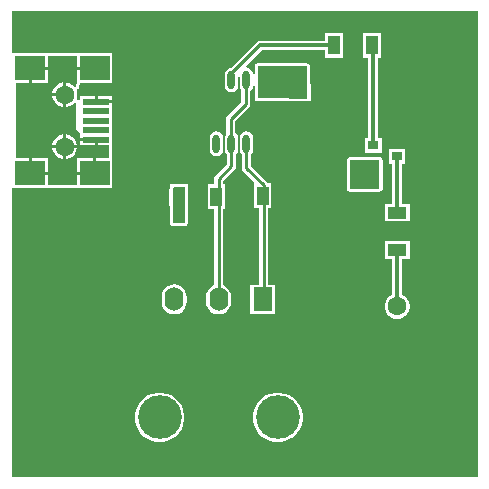
<source format=gtl>
G04*
G04 #@! TF.GenerationSoftware,Altium Limited,Altium Designer,23.6.0 (18)*
G04*
G04 Layer_Physical_Order=1*
G04 Layer_Color=255*
%FSLAX44Y44*%
%MOMM*%
G71*
G04*
G04 #@! TF.SameCoordinates,BDD1234D-291B-4935-850E-A0033F3BDFF5*
G04*
G04*
G04 #@! TF.FilePolarity,Positive*
G04*
G01*
G75*
%ADD10C,0.2540*%
%ADD12R,1.0000X1.6000*%
%ADD13R,0.9000X0.8000*%
%ADD14R,1.6000X1.0000*%
%ADD15R,2.5000X2.0000*%
%ADD16R,2.2500X0.5000*%
%ADD17O,0.6000X1.5500*%
%ADD18R,0.6000X1.5500*%
%ADD31C,0.3000*%
%ADD32C,1.6000*%
%ADD33C,3.7000*%
%ADD34O,1.6000X2.0000*%
%ADD35R,1.6000X2.0000*%
%ADD36C,0.7000*%
G36*
X57740Y-49630D02*
X72780D01*
Y-52170D01*
X57740D01*
Y-63440D01*
X57740Y-63440D01*
X57740D01*
X57345Y-64574D01*
X57150Y-64770D01*
Y-66650D01*
X56182Y-66909D01*
X55880Y-66914D01*
X53932Y-64966D01*
X51528Y-63578D01*
X48848Y-62860D01*
X48730D01*
Y-73400D01*
Y-83940D01*
X48848D01*
X51528Y-83222D01*
X53932Y-81834D01*
X55880Y-79886D01*
X56182Y-79891D01*
X57150Y-80150D01*
Y-102870D01*
X60240Y-105960D01*
Y-110130D01*
X74030D01*
Y-111400D01*
X75300D01*
Y-116440D01*
X85090D01*
Y-127360D01*
X74050D01*
Y-139900D01*
X72780D01*
Y-141170D01*
X57740D01*
Y-149860D01*
X33320D01*
Y-141170D01*
X18280D01*
Y-139900D01*
X17010D01*
Y-127360D01*
X6350D01*
Y-63440D01*
X17010D01*
Y-50900D01*
X18280D01*
Y-49630D01*
X33320D01*
Y-40640D01*
X57740D01*
Y-49630D01*
D02*
G37*
G36*
X397410Y-397410D02*
X2590D01*
Y-153441D01*
X3240Y-152440D01*
X3860Y-152440D01*
X33271D01*
X33320Y-152450D01*
X57740D01*
X57789Y-152440D01*
X87820D01*
Y-127360D01*
X87680D01*
Y-116440D01*
X87820D01*
Y-108440D01*
Y-100440D01*
Y-92440D01*
Y-84440D01*
Y-80670D01*
X74030D01*
Y-79400D01*
X72760D01*
Y-74360D01*
X60240D01*
Y-77895D01*
X60048Y-78021D01*
X58981Y-78319D01*
X58839Y-78224D01*
X58727Y-78095D01*
X58423Y-77945D01*
X58141Y-77757D01*
X57509Y-76620D01*
X58000Y-74788D01*
Y-72012D01*
X57509Y-70180D01*
X58141Y-69043D01*
X58423Y-68854D01*
X58727Y-68705D01*
X58839Y-68576D01*
X58981Y-68481D01*
X59169Y-68200D01*
X59393Y-67945D01*
X59448Y-67783D01*
X59543Y-67641D01*
X59609Y-67309D01*
X59718Y-66988D01*
X59706Y-66818D01*
X59740Y-66650D01*
Y-65557D01*
X59753Y-65491D01*
X59792Y-65425D01*
X60186Y-64290D01*
X60245Y-63864D01*
X60330Y-63440D01*
X87820D01*
Y-38360D01*
X58900D01*
X58731Y-38247D01*
X57740Y-38050D01*
X33320D01*
X32329Y-38247D01*
X32160Y-38360D01*
X3860D01*
X3240Y-38360D01*
X2590Y-37359D01*
Y-2590D01*
X397410D01*
Y-397410D01*
D02*
G37*
%LPC*%
G36*
X33320Y-52170D02*
X19550D01*
Y-63440D01*
X33320D01*
Y-52170D01*
D02*
G37*
G36*
X46190Y-62860D02*
X46072D01*
X43392Y-63578D01*
X40988Y-64966D01*
X39026Y-66928D01*
X37638Y-69332D01*
X36920Y-72012D01*
Y-72130D01*
X46190D01*
Y-62860D01*
D02*
G37*
G36*
Y-74670D02*
X36920D01*
Y-74788D01*
X37638Y-77468D01*
X39026Y-79872D01*
X40988Y-81834D01*
X43392Y-83222D01*
X46072Y-83940D01*
X46190D01*
Y-74670D01*
D02*
G37*
G36*
X48848Y-106860D02*
X48730D01*
Y-116130D01*
X58000D01*
Y-116012D01*
X57282Y-113332D01*
X55894Y-110928D01*
X53932Y-108966D01*
X51528Y-107578D01*
X48848Y-106860D01*
D02*
G37*
G36*
X46190D02*
X46072D01*
X43392Y-107578D01*
X40988Y-108966D01*
X39026Y-110928D01*
X37638Y-113332D01*
X36920Y-116012D01*
Y-116130D01*
X46190D01*
Y-106860D01*
D02*
G37*
G36*
X72760Y-112670D02*
X60240D01*
Y-116440D01*
X72760D01*
Y-112670D01*
D02*
G37*
G36*
X58000Y-118670D02*
X48730D01*
Y-127940D01*
X48848D01*
X51528Y-127222D01*
X53932Y-125834D01*
X55894Y-123872D01*
X57282Y-121468D01*
X58000Y-118788D01*
Y-118670D01*
D02*
G37*
G36*
X46190D02*
X36920D01*
Y-118788D01*
X37638Y-121468D01*
X39026Y-123872D01*
X40988Y-125834D01*
X43392Y-127222D01*
X46072Y-127940D01*
X46190D01*
Y-118670D01*
D02*
G37*
G36*
X33320Y-127360D02*
X19550D01*
Y-138630D01*
X33320D01*
Y-127360D01*
D02*
G37*
G36*
X71510D02*
X57740D01*
Y-138630D01*
X71510D01*
Y-127360D01*
D02*
G37*
G36*
X282880Y-21210D02*
X267800D01*
Y-27631D01*
X213153D01*
X211576Y-27944D01*
X210240Y-28837D01*
X188472Y-50605D01*
X186531Y-50991D01*
X184698Y-52216D01*
X183474Y-54048D01*
X183044Y-56210D01*
Y-65710D01*
X183474Y-67872D01*
X184698Y-69704D01*
X186531Y-70929D01*
X188692Y-71358D01*
X190854Y-70929D01*
X192687Y-69704D01*
X193911Y-67872D01*
X194341Y-65710D01*
Y-57573D01*
X194474Y-57485D01*
X195744Y-58163D01*
Y-65710D01*
X196174Y-67872D01*
X196775Y-68772D01*
Y-79671D01*
X185213Y-91233D01*
X184371Y-92493D01*
X184075Y-93980D01*
Y-107148D01*
X183474Y-108048D01*
X183044Y-110210D01*
Y-119710D01*
X183474Y-121872D01*
X184698Y-123704D01*
X184808Y-123777D01*
Y-132278D01*
X175053Y-142033D01*
X174211Y-143293D01*
X173915Y-144780D01*
Y-149460D01*
X168460D01*
Y-170540D01*
X173915D01*
Y-173990D01*
Y-234911D01*
X172484Y-235503D01*
X170283Y-237193D01*
X168593Y-239394D01*
X167531Y-241959D01*
X167169Y-244710D01*
Y-248710D01*
X167531Y-251462D01*
X168593Y-254025D01*
X170283Y-256227D01*
X172484Y-257917D01*
X175049Y-258979D01*
X177800Y-259341D01*
X180551Y-258979D01*
X183116Y-257917D01*
X185317Y-256227D01*
X187007Y-254025D01*
X188069Y-251462D01*
X188431Y-248710D01*
Y-244710D01*
X188069Y-241959D01*
X187007Y-239394D01*
X185317Y-237193D01*
X183116Y-235503D01*
X181685Y-234911D01*
Y-173990D01*
Y-170540D01*
X183540D01*
Y-149460D01*
X181685D01*
Y-146389D01*
X191439Y-136634D01*
X192281Y-135374D01*
X192577Y-133888D01*
Y-123777D01*
X192687Y-123704D01*
X193911Y-121872D01*
X194341Y-119710D01*
Y-110210D01*
X193911Y-108048D01*
X192687Y-106216D01*
X191845Y-105653D01*
Y-95589D01*
X203407Y-84027D01*
X204249Y-82767D01*
X204545Y-81280D01*
Y-70267D01*
X205387Y-69704D01*
X206611Y-67872D01*
X206960Y-66116D01*
X208230Y-66241D01*
Y-76200D01*
X208427Y-77191D01*
X208989Y-78031D01*
X209829Y-78593D01*
X210820Y-78790D01*
X234570D01*
Y-79170D01*
X255650D01*
Y-64090D01*
X255320D01*
Y-49530D01*
X255123Y-48539D01*
X254561Y-47699D01*
X253721Y-47137D01*
X252730Y-46940D01*
X210820D01*
X209829Y-47137D01*
X208989Y-47699D01*
X208427Y-48539D01*
X208230Y-49530D01*
Y-55679D01*
X206960Y-55804D01*
X206611Y-54048D01*
X205387Y-52216D01*
X203554Y-50991D01*
X201868Y-50656D01*
X201355Y-49373D01*
X214859Y-35869D01*
X267800D01*
Y-42290D01*
X282880D01*
Y-21210D01*
D02*
G37*
G36*
X87820Y-74360D02*
X75300D01*
Y-78130D01*
X87820D01*
Y-74360D01*
D02*
G37*
G36*
X314880Y-21210D02*
X299800D01*
Y-42290D01*
X304651D01*
Y-109690D01*
X301730D01*
Y-122770D01*
X315810D01*
Y-109690D01*
X312889D01*
Y-42290D01*
X314880D01*
Y-21210D01*
D02*
G37*
G36*
X175993Y-104562D02*
X173831Y-104991D01*
X171998Y-106216D01*
X170774Y-108048D01*
X170344Y-110210D01*
Y-119710D01*
X170774Y-121872D01*
X171998Y-123704D01*
X173831Y-124929D01*
X175993Y-125358D01*
X178154Y-124929D01*
X179987Y-123704D01*
X181211Y-121872D01*
X181641Y-119710D01*
Y-110210D01*
X181211Y-108048D01*
X179987Y-106216D01*
X178154Y-104991D01*
X175993Y-104562D01*
D02*
G37*
G36*
X314000Y-126410D02*
X289000D01*
X288009Y-126607D01*
X287169Y-127169D01*
X286607Y-128009D01*
X286410Y-129000D01*
Y-153000D01*
X286607Y-153991D01*
X287169Y-154831D01*
X288009Y-155393D01*
X289000Y-155590D01*
X314000D01*
X314991Y-155393D01*
X315831Y-154831D01*
X316393Y-153991D01*
X316590Y-153000D01*
Y-129000D01*
X316393Y-128009D01*
X315831Y-127169D01*
X314991Y-126607D01*
X314000Y-126410D01*
D02*
G37*
G36*
X335810Y-119190D02*
X321730D01*
Y-132270D01*
X324651D01*
Y-165690D01*
X318390D01*
Y-180770D01*
X339470D01*
Y-165690D01*
X332889D01*
Y-132270D01*
X335810D01*
Y-119190D01*
D02*
G37*
G36*
X149000Y-149410D02*
X140030D01*
X139780Y-149460D01*
X136460D01*
Y-152054D01*
X136407Y-152129D01*
X136396Y-152177D01*
X136369Y-152217D01*
X136283Y-152667D01*
X136181Y-153114D01*
X136189Y-153162D01*
X136180Y-153210D01*
X136410Y-182021D01*
X136511Y-182506D01*
X136607Y-182991D01*
X136613Y-183000D01*
X136615Y-183010D01*
X136895Y-183421D01*
X137169Y-183831D01*
X137177Y-183837D01*
X137184Y-183846D01*
X137598Y-184118D01*
X138009Y-184393D01*
X138019Y-184395D01*
X138028Y-184400D01*
X138514Y-184493D01*
X139000Y-184590D01*
X149000D01*
X149991Y-184393D01*
X150831Y-183831D01*
X151393Y-182991D01*
X151590Y-182000D01*
Y-152000D01*
X151540Y-151750D01*
Y-149460D01*
X149250D01*
X149000Y-149410D01*
D02*
G37*
G36*
X201392Y-104562D02*
X199231Y-104991D01*
X197398Y-106216D01*
X196174Y-108048D01*
X195744Y-110210D01*
Y-119710D01*
X196174Y-121872D01*
X197398Y-123704D01*
X197508Y-123777D01*
Y-135352D01*
X197804Y-136839D01*
X198646Y-138099D01*
X207913Y-147367D01*
X207460Y-148460D01*
X207460D01*
Y-169540D01*
X212015D01*
Y-234170D01*
X204760D01*
Y-259250D01*
X225840D01*
Y-234170D01*
X219785D01*
Y-169540D01*
X222540D01*
Y-148460D01*
X219506D01*
X219489Y-148373D01*
X218647Y-147113D01*
X205277Y-133743D01*
Y-123777D01*
X205387Y-123704D01*
X206611Y-121872D01*
X207041Y-119710D01*
Y-110210D01*
X206611Y-108048D01*
X205387Y-106216D01*
X203554Y-104991D01*
X201392Y-104562D01*
D02*
G37*
G36*
X140300Y-234079D02*
X137549Y-234441D01*
X134985Y-235503D01*
X132783Y-237193D01*
X131093Y-239394D01*
X130031Y-241959D01*
X129669Y-244710D01*
Y-248710D01*
X130031Y-251462D01*
X131093Y-254025D01*
X132783Y-256227D01*
X134985Y-257917D01*
X137549Y-258979D01*
X140300Y-259341D01*
X143052Y-258979D01*
X145616Y-257917D01*
X147817Y-256227D01*
X149507Y-254025D01*
X150569Y-251462D01*
X150931Y-248710D01*
Y-244710D01*
X150569Y-241959D01*
X149507Y-239394D01*
X147817Y-237193D01*
X145616Y-235503D01*
X143052Y-234441D01*
X140300Y-234079D01*
D02*
G37*
G36*
X339470Y-197690D02*
X318390D01*
Y-212770D01*
X324811D01*
Y-242938D01*
X322458Y-244296D01*
X320496Y-246258D01*
X319108Y-248662D01*
X318390Y-251342D01*
Y-254118D01*
X319108Y-256798D01*
X320496Y-259202D01*
X322458Y-261164D01*
X324862Y-262552D01*
X327542Y-263270D01*
X330318D01*
X332998Y-262552D01*
X335402Y-261164D01*
X337364Y-259202D01*
X338752Y-256798D01*
X339470Y-254118D01*
Y-251342D01*
X338752Y-248662D01*
X337364Y-246258D01*
X335402Y-244296D01*
X333049Y-242938D01*
Y-212770D01*
X339470D01*
Y-197690D01*
D02*
G37*
G36*
X229872Y-325670D02*
X225728D01*
X221663Y-326479D01*
X217834Y-328065D01*
X214388Y-330367D01*
X211457Y-333298D01*
X209155Y-336744D01*
X207569Y-340573D01*
X206760Y-344638D01*
Y-348782D01*
X207569Y-352847D01*
X209155Y-356676D01*
X211457Y-360122D01*
X214388Y-363053D01*
X217834Y-365355D01*
X221663Y-366941D01*
X225728Y-367750D01*
X229872D01*
X233937Y-366941D01*
X237766Y-365355D01*
X241212Y-363053D01*
X244143Y-360122D01*
X246445Y-356676D01*
X248031Y-352847D01*
X248840Y-348782D01*
Y-344638D01*
X248031Y-340573D01*
X246445Y-336744D01*
X244143Y-333298D01*
X241212Y-330367D01*
X237766Y-328065D01*
X233937Y-326479D01*
X229872Y-325670D01*
D02*
G37*
G36*
X129872D02*
X125728D01*
X121663Y-326479D01*
X117834Y-328065D01*
X114388Y-330367D01*
X111457Y-333298D01*
X109155Y-336744D01*
X107569Y-340573D01*
X106760Y-344638D01*
Y-348782D01*
X107569Y-352847D01*
X109155Y-356676D01*
X111457Y-360122D01*
X114388Y-363053D01*
X117834Y-365355D01*
X121663Y-366941D01*
X125728Y-367750D01*
X129872D01*
X133937Y-366941D01*
X137766Y-365355D01*
X141212Y-363053D01*
X144143Y-360122D01*
X146445Y-356676D01*
X148031Y-352847D01*
X148840Y-348782D01*
Y-344638D01*
X148031Y-340573D01*
X146445Y-336744D01*
X144143Y-333298D01*
X141212Y-330367D01*
X137766Y-328065D01*
X133937Y-326479D01*
X129872Y-325670D01*
D02*
G37*
%LPD*%
G36*
X252730Y-76200D02*
X210820D01*
Y-49530D01*
X252730D01*
Y-76200D01*
D02*
G37*
G36*
X314000Y-152250D02*
Y-153000D01*
X289000D01*
Y-129000D01*
X314000D01*
Y-152250D01*
D02*
G37*
G36*
X149000Y-182000D02*
X139000D01*
X138769Y-153189D01*
X140030Y-152000D01*
X149000D01*
Y-182000D01*
D02*
G37*
D10*
X177800Y-173990D02*
Y-144780D01*
X187960Y-114960D02*
Y-93980D01*
X177800Y-246710D02*
Y-173990D01*
Y-144780D02*
X188692Y-133888D01*
Y-114960D01*
X201392Y-135352D02*
Y-114960D01*
X215900Y-246110D02*
Y-149860D01*
X215300Y-246710D02*
X215900Y-246110D01*
X201392Y-135352D02*
X215900Y-149860D01*
X215300Y-246710D02*
Y-244710D01*
X307340Y-31750D02*
X308770Y-33180D01*
X188692Y-60960D02*
Y-56210D01*
X213360Y-60960D02*
X213620Y-60700D01*
X187960Y-93980D02*
X200660Y-81280D01*
Y-60960D01*
D12*
X247000Y-159000D02*
D03*
X215000D02*
D03*
X275340Y-31750D02*
D03*
X307340D02*
D03*
X176000Y-160000D02*
D03*
X144000D02*
D03*
D13*
X308770Y-116230D02*
D03*
Y-135230D02*
D03*
X328770Y-125730D02*
D03*
D14*
X245110Y-103630D02*
D03*
Y-71630D02*
D03*
X328930Y-205230D02*
D03*
Y-173230D02*
D03*
D15*
X18280Y-139900D02*
D03*
X72780D02*
D03*
X18280Y-50900D02*
D03*
X72780D02*
D03*
D16*
X74030Y-79400D02*
D03*
Y-87400D02*
D03*
Y-95400D02*
D03*
Y-103400D02*
D03*
Y-111400D02*
D03*
D17*
X175993Y-114960D02*
D03*
X188692D02*
D03*
X201392D02*
D03*
X214093D02*
D03*
X175993Y-60960D02*
D03*
X188692D02*
D03*
X201392D02*
D03*
D18*
X214093D02*
D03*
D31*
X328930Y-252730D02*
Y-205230D01*
X328770Y-173070D02*
X328930Y-173230D01*
X328770Y-173070D02*
Y-125730D01*
X308770Y-116230D02*
Y-33180D01*
X188692Y-56210D02*
X213153Y-31750D01*
X275340D01*
D32*
X328930Y-278130D02*
D03*
Y-252730D02*
D03*
X47460Y-117400D02*
D03*
Y-73400D02*
D03*
D33*
X127800Y-346710D02*
D03*
X227800D02*
D03*
D34*
X140300Y-246710D02*
D03*
X177800D02*
D03*
D35*
X215300D02*
D03*
D36*
X144000Y-177000D02*
D03*
X295000Y-147000D02*
D03*
X308610Y-147320D02*
D03*
X294640Y-135890D02*
D03*
X240030Y-57150D02*
D03*
X228600D02*
D03*
M02*

</source>
